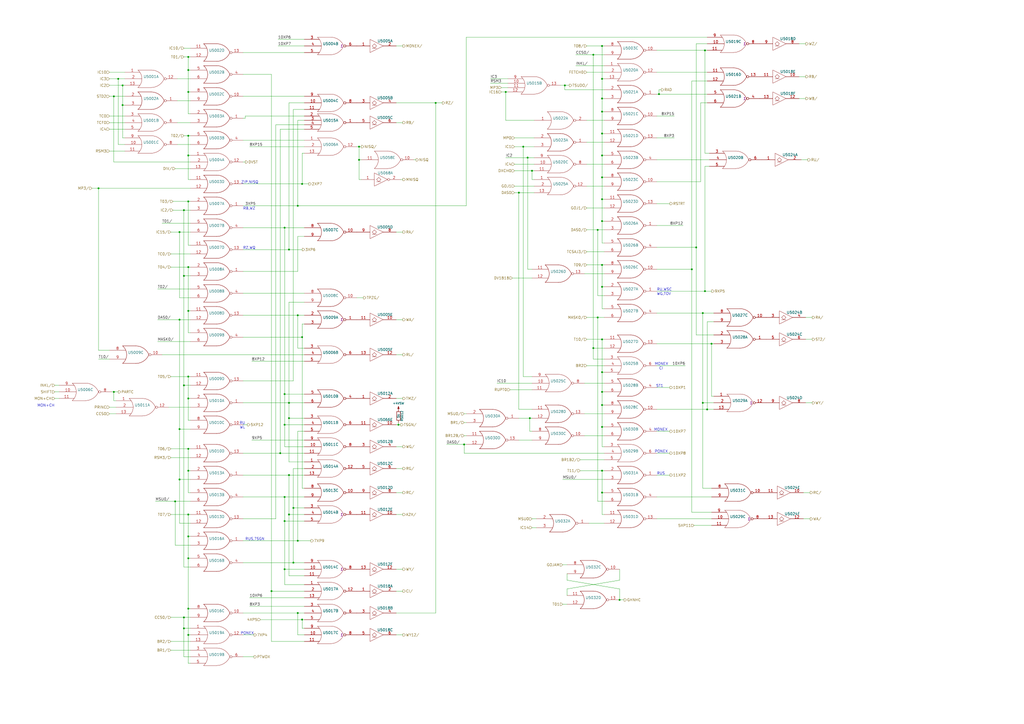
<source format=kicad_sch>
(kicad_sch (version 20211123) (generator eeschema)
  (paper "A2")
  (junction (at 172.72 119.38))
  (junction (at 109.22 78.74))
  (junction (at 109.22 218.44))
  (junction (at 106.68 364.49))
  (junction (at 165.1 228.6))
  (junction (at 403.86 143.51))
  (junction (at 57.15 109.22))
  (junction (at 109.22 231.14))
  (junction (at 162.56 262.89))
  (junction (at 349.25 90.17))
  (junction (at 344.17 31.75))
  (junction (at 167.64 275.59))
  (junction (at 172.72 313.69))
  (junction (at 109.22 273.05))
  (junction (at 293.37 53.34))
  (junction (at 269.24 257.81))
  (junction (at 349.25 285.75))
  (junction (at 349.25 77.47))
  (junction (at 109.22 33.02))
  (junction (at 66.04 55.88))
  (junction (at 109.22 90.17))
  (junction (at 165.1 246.38))
  (junction (at 109.22 180.34))
  (junction (at 359.41 347.98))
  (junction (at 349.25 64.77))
  (junction (at 104.14 134.62))
  (junction (at 346.71 133.35))
  (junction (at 349.25 102.87))
  (junction (at 208.28 85.09))
  (junction (at 308.61 99.06))
  (junction (at 175.26 195.58))
  (junction (at 66.04 227.33))
  (junction (at 165.1 288.29))
  (junction (at 101.6 290.83))
  (junction (at 349.25 215.9))
  (junction (at 412.75 199.39))
  (junction (at 303.53 85.09))
  (junction (at 104.14 185.42))
  (junction (at 106.68 160.02))
  (junction (at 71.12 49.53))
  (junction (at 170.18 294.64))
  (junction (at 109.22 260.35))
  (junction (at 349.25 128.27))
  (junction (at 167.64 233.68))
  (junction (at 349.25 26.67))
  (junction (at 106.68 121.92))
  (junction (at 109.22 368.3))
  (junction (at 407.67 233.68))
  (junction (at 165.1 132.08))
  (junction (at 109.22 116.84))
  (junction (at 170.18 326.39))
  (junction (at 104.14 248.92))
  (junction (at 410.21 237.49))
  (junction (at 172.72 355.6))
  (junction (at 109.22 353.06))
  (junction (at 382.27 54.61))
  (junction (at 109.22 298.45))
  (junction (at 68.58 45.72))
  (junction (at 175.26 359.41))
  (junction (at 172.72 182.88))
  (junction (at 208.28 92.71))
  (junction (at 327.66 49.53))
  (junction (at 349.25 153.67))
  (junction (at 106.68 223.52))
  (junction (at 346.71 184.15))
  (junction (at 408.94 168.91))
  (junction (at 349.25 166.37))
  (junction (at 167.64 242.57))
  (junction (at 349.25 227.33))
  (junction (at 175.26 106.68))
  (junction (at 408.94 29.21))
  (junction (at 307.34 242.57))
  (junction (at 109.22 311.15))
  (junction (at 401.32 156.21))
  (junction (at 300.99 111.76))
  (junction (at 349.25 196.85))
  (junction (at 109.22 323.85))
  (junction (at 157.48 342.9))
  (junction (at 407.67 181.61))
  (junction (at 109.22 53.34))
  (junction (at 167.64 144.78))
  (junction (at 344.17 201.93))
  (junction (at 165.1 302.26))
  (junction (at 231.14 246.38))
  (junction (at 167.64 298.45))
  (junction (at 109.22 154.94))
  (junction (at 349.25 45.72))
  (junction (at 349.25 234.95))
  (junction (at 104.14 278.13))
  (junction (at 349.25 247.65))
  (junction (at 109.22 40.64))
  (junction (at 165.1 330.2))
  (junction (at 349.25 273.05))
  (junction (at 306.07 91.44))
  (junction (at 252.73 59.69))
  (junction (at 106.68 358.14))
  (junction (at 349.25 115.57))
  (junction (at 71.12 60.96))
  (junction (at 349.25 57.15))
  (wire (pts (xy 110.49 265.43) (xy 99.06 265.43)))
  (wire (pts (xy 349.25 102.87) (xy 349.25 115.57)))
  (wire (pts (xy 157.48 43.18) (xy 157.48 342.9)))
  (wire (pts (xy 467.36 233.68) (xy 471.17 233.68)))
  (wire (pts (xy 140.97 157.48) (xy 172.72 157.48)))
  (wire (pts (xy 308.61 104.14) (xy 309.88 104.14)))
  (wire (pts (xy 349.25 115.57) (xy 349.25 128.27)))
  (wire (pts (xy 208.28 92.71) (xy 208.28 104.14)))
  (wire (pts (xy 349.25 227.33) (xy 350.52 227.33)))
  (wire (pts (xy 175.26 359.41) (xy 176.53 359.41)))
  (wire (pts (xy 165.1 330.2) (xy 165.1 339.09)))
  (wire (pts (xy 167.64 233.68) (xy 167.64 242.57)))
  (wire (pts (xy 165.1 288.29) (xy 176.53 288.29)))
  (wire (pts (xy 344.17 201.93) (xy 344.17 208.28)))
  (wire (pts (xy 381 250.19) (xy 388.62 250.19)))
  (wire (pts (xy 176.53 271.78) (xy 170.18 271.78)))
  (wire (pts (xy 109.22 116.84) (xy 110.49 116.84)))
  (wire (pts (xy 270.51 119.38) (xy 270.51 21.59)))
  (wire (pts (xy 259.08 257.81) (xy 269.24 257.81)))
  (wire (pts (xy 176.53 209.55) (xy 146.05 209.55)))
  (wire (pts (xy 170.18 63.5) (xy 170.18 220.98)))
  (wire (pts (xy 298.45 107.95) (xy 309.88 107.95)))
  (wire (pts (xy 53.34 109.22) (xy 57.15 109.22)))
  (wire (pts (xy 269.24 252.73) (xy 270.51 252.73)))
  (wire (pts (xy 165.1 330.2) (xy 176.53 330.2)))
  (wire (pts (xy 349.25 64.77) (xy 350.52 64.77)))
  (wire (pts (xy 140.97 300.99) (xy 160.02 300.99)))
  (wire (pts (xy 140.97 233.68) (xy 167.64 233.68)))
  (wire (pts (xy 109.22 353.06) (xy 110.49 353.06)))
  (wire (pts (xy 172.72 182.88) (xy 176.53 182.88)))
  (wire (pts (xy 63.5 41.91) (xy 72.39 41.91)))
  (wire (pts (xy 66.04 232.41) (xy 67.31 232.41)))
  (wire (pts (xy 463.55 25.4) (xy 467.36 25.4)))
  (wire (pts (xy 406.4 105.41) (xy 406.4 59.69)))
  (wire (pts (xy 407.67 181.61) (xy 407.67 233.68)))
  (wire (pts (xy 109.22 384.81) (xy 110.49 384.81)))
  (wire (pts (xy 172.72 201.93) (xy 176.53 201.93)))
  (wire (pts (xy 408.94 168.91) (xy 408.94 96.52)))
  (wire (pts (xy 167.64 233.68) (xy 176.53 233.68)))
  (wire (pts (xy 208.28 104.14) (xy 209.55 104.14)))
  (wire (pts (xy 359.41 347.98) (xy 361.95 347.98)))
  (wire (pts (xy 270.51 240.03) (xy 269.24 240.03)))
  (wire (pts (xy 344.17 201.93) (xy 350.52 201.93)))
  (wire (pts (xy 109.22 368.3) (xy 109.22 384.81)))
  (wire (pts (xy 165.1 302.26) (xy 165.1 330.2)))
  (wire (pts (xy 327.66 49.53) (xy 330.2 49.53)))
  (wire (pts (xy 63.5 71.12) (xy 72.39 71.12)))
  (wire (pts (xy 403.86 194.31) (xy 414.02 194.31)))
  (wire (pts (xy 402.59 304.8) (xy 412.75 304.8)))
  (wire (pts (xy 308.61 99.06) (xy 308.61 104.14)))
  (wire (pts (xy 412.75 300.99) (xy 381 300.99)))
  (wire (pts (xy 381 130.81) (xy 396.24 130.81)))
  (wire (pts (xy 349.25 247.65) (xy 350.52 247.65)))
  (wire (pts (xy 349.25 115.57) (xy 350.52 115.57)))
  (wire (pts (xy 407.67 233.68) (xy 407.67 283.21)))
  (wire (pts (xy 411.48 92.71) (xy 381 92.71)))
  (wire (pts (xy 344.17 31.75) (xy 350.52 31.75)))
  (wire (pts (xy 109.22 90.17) (xy 110.49 90.17)))
  (wire (pts (xy 293.37 53.34) (xy 294.64 53.34)))
  (wire (pts (xy 229.87 298.45) (xy 233.68 298.45)))
  (wire (pts (xy 349.25 90.17) (xy 349.25 102.87)))
  (wire (pts (xy 71.12 60.96) (xy 72.39 60.96)))
  (wire (pts (xy 401.32 46.99) (xy 401.32 156.21)))
  (wire (pts (xy 170.18 326.39) (xy 176.53 326.39)))
  (wire (pts (xy 414.02 186.69) (xy 410.21 186.69)))
  (wire (pts (xy 327.66 52.07) (xy 350.52 52.07)))
  (wire (pts (xy 99.06 218.44) (xy 109.22 218.44)))
  (wire (pts (xy 328.93 336.55) (xy 328.93 332.74)))
  (wire (pts (xy 106.68 223.52) (xy 106.68 328.93)))
  (wire (pts (xy 99.06 134.62) (xy 104.14 134.62)))
  (wire (pts (xy 157.48 342.9) (xy 157.48 372.11)))
  (wire (pts (xy 293.37 69.85) (xy 309.88 69.85)))
  (wire (pts (xy 170.18 294.64) (xy 170.18 326.39)))
  (wire (pts (xy 336.55 266.7) (xy 350.52 266.7)))
  (wire (pts (xy 349.25 128.27) (xy 350.52 128.27)))
  (wire (pts (xy 172.72 313.69) (xy 180.34 313.69)))
  (wire (pts (xy 109.22 218.44) (xy 109.22 231.14)))
  (wire (pts (xy 106.68 160.02) (xy 106.68 223.52)))
  (wire (pts (xy 339.09 158.75) (xy 350.52 158.75)))
  (wire (pts (xy 340.36 212.09) (xy 350.52 212.09)))
  (wire (pts (xy 109.22 90.17) (xy 109.22 104.14)))
  (wire (pts (xy 167.64 298.45) (xy 167.64 334.01)))
  (wire (pts (xy 349.25 247.65) (xy 349.25 259.08)))
  (wire (pts (xy 140.97 195.58) (xy 175.26 195.58)))
  (wire (pts (xy 63.5 87.63) (xy 72.39 87.63)))
  (wire (pts (xy 349.25 166.37) (xy 349.25 179.07)))
  (wire (pts (xy 311.15 300.99) (xy 308.61 300.99)))
  (wire (pts (xy 382.27 54.61) (xy 382.27 52.07)))
  (wire (pts (xy 106.68 121.92) (xy 110.49 121.92)))
  (wire (pts (xy 71.12 80.01) (xy 72.39 80.01)))
  (wire (pts (xy 109.22 311.15) (xy 109.22 323.85)))
  (wire (pts (xy 110.49 316.23) (xy 101.6 316.23)))
  (wire (pts (xy 401.32 156.21) (xy 401.32 297.18)))
  (wire (pts (xy 170.18 271.78) (xy 170.18 294.64)))
  (wire (pts (xy 109.22 33.02) (xy 110.49 33.02)))
  (wire (pts (xy 334.01 31.75) (xy 344.17 31.75)))
  (wire (pts (xy 240.03 92.71) (xy 241.3 92.71)))
  (wire (pts (xy 106.68 121.92) (xy 106.68 160.02)))
  (wire (pts (xy 359.41 347.98) (xy 359.41 341.63)))
  (wire (pts (xy 208.28 85.09) (xy 208.28 92.71)))
  (wire (pts (xy 340.36 153.67) (xy 349.25 153.67)))
  (wire (pts (xy 346.71 184.15) (xy 346.71 290.83)))
  (wire (pts (xy 172.72 368.3) (xy 176.53 368.3)))
  (wire (pts (xy 71.12 49.53) (xy 72.39 49.53)))
  (wire (pts (xy 306.07 156.21) (xy 308.61 156.21)))
  (wire (pts (xy 349.25 57.15) (xy 350.52 57.15)))
  (wire (pts (xy 104.14 303.53) (xy 110.49 303.53)))
  (wire (pts (xy 340.36 196.85) (xy 349.25 196.85)))
  (wire (pts (xy 63.5 208.28) (xy 57.15 208.28)))
  (wire (pts (xy 346.71 171.45) (xy 346.71 133.35)))
  (wire (pts (xy 340.36 95.25) (xy 350.52 95.25)))
  (wire (pts (xy 381 80.01) (xy 391.16 80.01)))
  (wire (pts (xy 99.06 260.35) (xy 109.22 260.35)))
  (wire (pts (xy 172.72 157.48) (xy 172.72 137.16)))
  (wire (pts (xy 106.68 364.49) (xy 110.49 364.49)))
  (wire (pts (xy 57.15 203.2) (xy 57.15 109.22)))
  (wire (pts (xy 109.22 104.14) (xy 110.49 104.14)))
  (wire (pts (xy 140.97 68.58) (xy 142.24 68.58)))
  (wire (pts (xy 381 143.51) (xy 403.86 143.51)))
  (wire (pts (xy 160.02 72.39) (xy 176.53 72.39)))
  (wire (pts (xy 349.25 285.75) (xy 350.52 285.75)))
  (wire (pts (xy 300.99 111.76) (xy 309.88 111.76)))
  (wire (pts (xy 99.06 154.94) (xy 109.22 154.94)))
  (wire (pts (xy 106.68 358.14) (xy 110.49 358.14)))
  (wire (pts (xy 66.04 93.98) (xy 110.49 93.98)))
  (wire (pts (xy 349.25 273.05) (xy 349.25 285.75)))
  (wire (pts (xy 140.97 313.69) (xy 172.72 313.69)))
  (wire (pts (xy 401.32 297.18) (xy 412.75 297.18)))
  (wire (pts (xy 349.25 102.87) (xy 350.52 102.87)))
  (wire (pts (xy 109.22 180.34) (xy 109.22 193.04)))
  (wire (pts (xy 229.87 259.08) (xy 233.68 259.08)))
  (wire (pts (xy 165.1 228.6) (xy 165.1 246.38)))
  (wire (pts (xy 252.73 59.69) (xy 256.54 59.69)))
  (wire (pts (xy 229.87 246.38) (xy 231.14 246.38)))
  (wire (pts (xy 172.72 137.16) (xy 176.53 137.16)))
  (wire (pts (xy 349.25 57.15) (xy 349.25 64.77)))
  (wire (pts (xy 229.87 59.69) (xy 252.73 59.69)))
  (wire (pts (xy 106.68 358.14) (xy 106.68 364.49)))
  (wire (pts (xy 382.27 52.07) (xy 383.54 52.07)))
  (wire (pts (xy 350.52 278.13) (xy 326.39 278.13)))
  (wire (pts (xy 381 181.61) (xy 407.67 181.61)))
  (wire (pts (xy 165.1 259.08) (xy 176.53 259.08)))
  (wire (pts (xy 57.15 109.22) (xy 110.49 109.22)))
  (wire (pts (xy 63.5 74.93) (xy 72.39 74.93)))
  (wire (pts (xy 157.48 372.11) (xy 176.53 372.11)))
  (wire (pts (xy 109.22 154.94) (xy 109.22 180.34)))
  (wire (pts (xy 140.97 55.88) (xy 176.53 55.88)))
  (wire (pts (xy 339.09 222.25) (xy 350.52 222.25)))
  (wire (pts (xy 207.01 85.09) (xy 208.28 85.09)))
  (wire (pts (xy 381 67.31) (xy 391.16 67.31)))
  (wire (pts (xy 349.25 153.67) (xy 349.25 166.37)))
  (wire (pts (xy 349.25 90.17) (xy 350.52 90.17)))
  (wire (pts (xy 307.34 250.19) (xy 307.34 242.57)))
  (wire (pts (xy 104.14 185.42) (xy 110.49 185.42)))
  (wire (pts (xy 66.04 227.33) (xy 68.58 227.33)))
  (wire (pts (xy 349.25 285.75) (xy 349.25 298.45)))
  (wire (pts (xy 101.6 290.83) (xy 110.49 290.83)))
  (wire (pts (xy 298.45 80.01) (xy 309.88 80.01)))
  (wire (pts (xy 349.25 215.9) (xy 349.25 227.33)))
  (wire (pts (xy 140.97 381) (xy 147.32 381)))
  (wire (pts (xy 349.25 273.05) (xy 350.52 273.05)))
  (wire (pts (xy 109.22 231.14) (xy 109.22 243.84)))
  (wire (pts (xy 140.97 119.38) (xy 172.72 119.38)))
  (wire (pts (xy 325.12 49.53) (xy 327.66 49.53)))
  (wire (pts (xy 229.87 185.42) (xy 233.68 185.42)))
  (wire (pts (xy 140.97 262.89) (xy 162.56 262.89)))
  (wire (pts (xy 359.41 341.63) (xy 328.93 336.55)))
  (wire (pts (xy 207.01 172.72) (xy 210.82 172.72)))
  (wire (pts (xy 140.97 30.48) (xy 176.53 30.48)))
  (wire (pts (xy 110.49 129.54) (xy 93.98 129.54)))
  (wire (pts (xy 463.55 44.45) (xy 467.36 44.45)))
  (wire (pts (xy 167.64 242.57) (xy 167.64 267.97)))
  (wire (pts (xy 172.72 119.38) (xy 270.51 119.38)))
  (wire (pts (xy 410.21 186.69) (xy 410.21 237.49)))
  (wire (pts (xy 31.75 231.14) (xy 34.29 231.14)))
  (wire (pts (xy 68.58 45.72) (xy 68.58 83.82)))
  (wire (pts (xy 106.68 33.02) (xy 109.22 33.02)))
  (wire (pts (xy 31.75 227.33) (xy 34.29 227.33)))
  (wire (pts (xy 327.66 49.53) (xy 327.66 52.07)))
  (wire (pts (xy 350.52 107.95) (xy 340.36 107.95)))
  (wire (pts (xy 232.41 104.14) (xy 233.68 104.14)))
  (wire (pts (xy 349.25 140.97) (xy 350.52 140.97)))
  (wire (pts (xy 109.22 323.85) (xy 110.49 323.85)))
  (wire (pts (xy 109.22 154.94) (xy 110.49 154.94)))
  (wire (pts (xy 341.63 303.53) (xy 350.52 303.53)))
  (wire (pts (xy 63.5 45.72) (xy 68.58 45.72)))
  (wire (pts (xy 109.22 311.15) (xy 110.49 311.15)))
  (wire (pts (xy 294.64 45.72) (xy 284.48 45.72)))
  (wire (pts (xy 175.26 359.41) (xy 175.26 364.49)))
  (wire (pts (xy 146.05 255.27) (xy 176.53 255.27)))
  (wire (pts (xy 290.83 53.34) (xy 293.37 53.34)))
  (wire (pts (xy 344.17 31.75) (xy 344.17 201.93)))
  (wire (pts (xy 340.36 69.85) (xy 350.52 69.85)))
  (wire (pts (xy 109.22 273.05) (xy 109.22 285.75)))
  (wire (pts (xy 172.72 250.19) (xy 176.53 250.19)))
  (wire (pts (xy 340.36 133.35) (xy 346.71 133.35)))
  (wire (pts (xy 104.14 278.13) (xy 110.49 278.13)))
  (wire (pts (xy 350.52 171.45) (xy 346.71 171.45)))
  (wire (pts (xy 165.1 228.6) (xy 176.53 228.6)))
  (wire (pts (xy 311.15 306.07) (xy 308.61 306.07)))
  (wire (pts (xy 140.97 106.68) (xy 175.26 106.68)))
  (wire (pts (xy 340.36 120.65) (xy 350.52 120.65)))
  (wire (pts (xy 167.64 175.26) (xy 167.64 233.68)))
  (wire (pts (xy 349.25 77.47) (xy 350.52 77.47)))
  (wire (pts (xy 407.67 283.21) (xy 412.75 283.21)))
  (wire (pts (xy 175.26 364.49) (xy 176.53 364.49)))
  (wire (pts (xy 349.25 298.45) (xy 350.52 298.45)))
  (wire (pts (xy 349.25 259.08) (xy 350.52 259.08)))
  (wire (pts (xy 414.02 229.87) (xy 412.75 229.87)))
  (wire (pts (xy 407.67 181.61) (xy 414.02 181.61)))
  (wire (pts (xy 109.22 273.05) (xy 110.49 273.05)))
  (wire (pts (xy 176.53 205.74) (xy 93.98 205.74)))
  (wire (pts (xy 109.22 116.84) (xy 109.22 142.24)))
  (wire (pts (xy 91.44 185.42) (xy 104.14 185.42)))
  (wire (pts (xy 102.87 83.82) (xy 110.49 83.82)))
  (wire (pts (xy 106.68 223.52) (xy 110.49 223.52)))
  (wire (pts (xy 104.14 248.92) (xy 104.14 278.13)))
  (wire (pts (xy 298.45 99.06) (xy 308.61 99.06)))
  (wire (pts (xy 109.22 260.35) (xy 110.49 260.35)))
  (wire (pts (xy 104.14 248.92) (xy 110.49 248.92)))
  (wire (pts (xy 208.28 85.09) (xy 209.55 85.09)))
  (wire (pts (xy 229.87 285.75) (xy 233.68 285.75)))
  (wire (pts (xy 349.25 166.37) (xy 350.52 166.37)))
  (wire (pts (xy 410.21 46.99) (xy 401.32 46.99)))
  (wire (pts (xy 140.97 170.18) (xy 176.53 170.18)))
  (wire (pts (xy 229.87 368.3) (xy 233.68 368.3)))
  (wire (pts (xy 140.97 246.38) (xy 143.51 246.38)))
  (wire (pts (xy 104.14 185.42) (xy 104.14 248.92)))
  (wire (pts (xy 172.72 355.6) (xy 176.53 355.6)))
  (wire (pts (xy 109.22 142.24) (xy 110.49 142.24)))
  (wire (pts (xy 167.64 144.78) (xy 167.64 59.69)))
  (wire (pts (xy 142.24 93.98) (xy 140.97 93.98)))
  (wire (pts (xy 140.97 43.18) (xy 157.48 43.18)))
  (wire (pts (xy 167.64 144.78) (xy 175.26 144.78)))
  (wire (pts (xy 109.22 218.44) (xy 110.49 218.44)))
  (wire (pts (xy 140.97 81.28) (xy 176.53 81.28)))
  (wire (pts (xy 339.09 240.03) (xy 350.52 240.03)))
  (wire (pts (xy 344.17 208.28) (xy 350.52 208.28)))
  (wire (pts (xy 99.06 147.32) (xy 110.49 147.32)))
  (wire (pts (xy 97.79 236.22) (xy 110.49 236.22)))
  (wire (pts (xy 349.25 179.07) (xy 350.52 179.07)))
  (wire (pts (xy 175.26 187.96) (xy 176.53 187.96)))
  (wire (pts (xy 109.22 40.64) (xy 110.49 40.64)))
  (wire (pts (xy 381 118.11) (xy 388.62 118.11)))
  (wire (pts (xy 175.26 88.9) (xy 175.26 106.68)))
  (wire (pts (xy 403.86 25.4) (xy 403.86 143.51)))
  (wire (pts (xy 167.64 175.26) (xy 176.53 175.26)))
  (wire (pts (xy 300.99 242.57) (xy 307.34 242.57)))
  (wire (pts (xy 410.21 237.49) (xy 414.02 237.49)))
  (wire (pts (xy 270.51 21.59) (xy 410.21 21.59)))
  (wire (pts (xy 99.06 358.14) (xy 106.68 358.14)))
  (wire (pts (xy 90.17 290.83) (xy 101.6 290.83)))
  (wire (pts (xy 269.24 262.89) (xy 350.52 262.89)))
  (wire (pts (xy 308.61 250.19) (xy 307.34 250.19)))
  (wire (pts (xy 401.32 156.21) (xy 381 156.21)))
  (wire (pts (xy 466.09 285.75) (xy 469.9 285.75)))
  (wire (pts (xy 346.71 133.35) (xy 350.52 133.35)))
  (wire (pts (xy 463.55 57.15) (xy 467.36 57.15)))
  (wire (pts (xy 381 168.91) (xy 408.94 168.91)))
  (wire (pts (xy 300.99 237.49) (xy 308.61 237.49)))
  (wire (pts (xy 109.22 368.3) (xy 110.49 368.3)))
  (wire (pts (xy 71.12 60.96) (xy 71.12 80.01)))
  (wire (pts (xy 106.68 328.93) (xy 110.49 328.93)))
  (wire (pts (xy 165.1 246.38) (xy 165.1 259.08)))
  (wire (pts (xy 109.22 33.02) (xy 109.22 40.64)))
  (wire (pts (xy 328.93 341.63) (xy 328.93 345.44)))
  (wire (pts (xy 167.64 267.97) (xy 176.53 267.97)))
  (wire (pts (xy 467.36 184.15) (xy 471.17 184.15)))
  (wire (pts (xy 109.22 298.45) (xy 109.22 311.15)))
  (wire (pts (xy 167.64 334.01) (xy 176.53 334.01)))
  (wire (pts (xy 231.14 246.38) (xy 232.41 246.38)))
  (wire (pts (xy 326.39 350.52) (xy 328.93 350.52)))
  (wire (pts (xy 110.49 198.12) (xy 91.44 198.12)))
  (wire (pts (xy 101.6 97.79) (xy 110.49 97.79)))
  (wire (pts (xy 162.56 262.89) (xy 176.53 262.89)))
  (wire (pts (xy 381 275.59) (xy 388.62 275.59)))
  (wire (pts (xy 381 54.61) (xy 382.27 54.61)))
  (wire (pts (xy 349.25 64.77) (xy 349.25 77.47)))
  (wire (pts (xy 167.64 242.57) (xy 176.53 242.57)))
  (wire (pts (xy 408.94 88.9) (xy 411.48 88.9)))
  (wire (pts (xy 140.97 355.6) (xy 172.72 355.6)))
  (wire (pts (xy 142.24 68.58) (xy 142.24 67.31)))
  (wire (pts (xy 381 262.89) (xy 388.62 262.89)))
  (wire (pts (xy 307.34 242.57) (xy 308.61 242.57)))
  (wire (pts (xy 172.72 313.69) (xy 172.72 250.19)))
  (wire (pts (xy 165.1 339.09) (xy 176.53 339.09)))
  (wire (pts (xy 63.5 240.03) (xy 67.31 240.03)))
  (wire (pts (xy 66.04 55.88) (xy 72.39 55.88)))
  (wire (pts (xy 308.61 161.29) (xy 297.18 161.29)))
  (wire (pts (xy 68.58 83.82) (xy 72.39 83.82)))
  (wire (pts (xy 381 224.79) (xy 388.62 224.79)))
  (wire (pts (xy 165.1 132.08) (xy 176.53 132.08)))
  (wire (pts (xy 293.37 53.34) (xy 293.37 69.85)))
  (wire (pts (xy 346.71 184.15) (xy 350.52 184.15)))
  (wire (pts (xy 140.97 288.29) (xy 165.1 288.29)))
  (wire (pts (xy 381 237.49) (xy 410.21 237.49)))
  (wire (pts (xy 176.53 63.5) (xy 170.18 63.5)))
  (wire (pts (xy 140.97 182.88) (xy 172.72 182.88)))
  (wire (pts (xy 140.97 326.39) (xy 170.18 326.39)))
  (wire (pts (xy 306.07 91.44) (xy 306.07 156.21)))
  (wire (pts (xy 300.99 255.27) (xy 308.61 255.27)))
  (wire (pts (xy 109.22 78.74) (xy 109.22 90.17)))
  (wire (pts (xy 300.99 111.76) (xy 300.99 237.49)))
  (wire (pts (xy 340.36 41.91) (xy 350.52 41.91)))
  (wire (pts (xy 229.87 205.74) (xy 233.68 205.74)))
  (wire (pts (xy 109.22 53.34) (xy 109.22 66.04)))
  (wire (pts (xy 381 41.91) (xy 410.21 41.91)))
  (wire (pts (xy 349.25 234.95) (xy 349.25 247.65)))
  (wire (pts (xy 110.49 71.12) (xy 102.87 71.12)))
  (wire (pts (xy 104.14 134.62) (xy 104.14 172.72)))
  (wire (pts (xy 172.72 182.88) (xy 172.72 201.93)))
  (wire (pts (xy 412.75 229.87) (xy 412.75 199.39)))
  (wire (pts (xy 99.06 298.45) (xy 109.22 298.45)))
  (wire (pts (xy 140.97 144.78) (xy 167.64 144.78)))
  (wire (pts (xy 66.04 55.88) (xy 66.04 93.98)))
  (wire (pts (xy 308.61 99.06) (xy 309.88 99.06)))
  (wire (pts (xy 176.53 294.64) (xy 170.18 294.64)))
  (wire (pts (xy 109.22 66.04) (xy 110.49 66.04)))
  (wire (pts (xy 106.68 78.74) (xy 109.22 78.74)))
  (wire (pts (xy 294.64 48.26) (xy 284.48 48.26)))
  (wire (pts (xy 209.55 92.71) (xy 208.28 92.71)))
  (wire (pts (xy 467.36 196.85) (xy 471.17 196.85)))
  (wire (pts (xy 109.22 243.84) (xy 110.49 243.84)))
  (wire (pts (xy 349.25 26.67) (xy 349.25 45.72)))
  (wire (pts (xy 63.5 67.31) (xy 72.39 67.31)))
  (wire (pts (xy 303.53 85.09) (xy 303.53 218.44)))
  (wire (pts (xy 99.06 377.19) (xy 110.49 377.19)))
  (wire (pts (xy 349.25 45.72) (xy 350.52 45.72)))
  (wire (pts (xy 229.87 330.2) (xy 233.68 330.2)))
  (wire (pts (xy 381 199.39) (xy 412.75 199.39)))
  (wire (pts (xy 100.33 116.84) (xy 109.22 116.84)))
  (wire (pts (xy 408.94 29.21) (xy 410.21 29.21)))
  (wire (pts (xy 349.25 196.85) (xy 350.52 196.85)))
  (wire (pts (xy 403.86 143.51) (xy 403.86 194.31)))
  (wire (pts (xy 340.36 82.55) (xy 350.52 82.55)))
  (wire (pts (xy 63.5 49.53) (xy 71.12 49.53)))
  (wire (pts (xy 309.88 95.25) (xy 298.45 95.25)))
  (wire (pts (xy 229.87 26.67) (xy 233.68 26.67)))
  (wire (pts (xy 102.87 45.72) (xy 110.49 45.72)))
  (wire (pts (xy 71.12 49.53) (xy 71.12 60.96)))
  (wire (pts (xy 151.13 359.41) (xy 175.26 359.41)))
  (wire (pts (xy 140.97 275.59) (xy 167.64 275.59)))
  (wire (pts (xy 403.86 25.4) (xy 410.21 25.4)))
  (wire (pts (xy 349.25 26.67) (xy 350.52 26.67)))
  (wire (pts (xy 176.53 88.9) (xy 175.26 88.9)))
  (wire (pts (xy 340.36 184.15) (xy 346.71 184.15)))
  (wire (pts (xy 157.48 342.9) (xy 176.53 342.9)))
  (wire (pts (xy 167.64 298.45) (xy 176.53 298.45)))
  (wire (pts (xy 349.25 234.95) (xy 350.52 234.95)))
  (wire (pts (xy 408.94 29.21) (xy 408.94 88.9)))
  (wire (pts (xy 349.25 77.47) (xy 349.25 90.17)))
  (wire (pts (xy 104.14 278.13) (xy 104.14 303.53)))
  (wire (pts (xy 109.22 260.35) (xy 109.22 273.05)))
  (wire (pts (xy 175.26 195.58) (xy 175.26 283.21)))
  (wire (pts (xy 63.5 203.2) (xy 57.15 203.2)))
  (wire (pts (xy 67.31 236.22) (xy 63.5 236.22)))
  (wire (pts (xy 109.22 285.75) (xy 110.49 285.75)))
  (wire (pts (xy 167.64 275.59) (xy 176.53 275.59)))
  (wire (pts (xy 269.24 245.11) (xy 270.51 245.11)))
  (wire (pts (xy 165.1 132.08) (xy 165.1 228.6)))
  (wire (pts (xy 34.29 223.52) (xy 31.75 223.52)))
  (wire (pts (xy 91.44 167.64) (xy 110.49 167.64)))
  (wire (pts (xy 293.37 91.44) (xy 306.07 91.44)))
  (wire (pts (xy 165.1 246.38) (xy 176.53 246.38)))
  (wire (pts (xy 109.22 353.06) (xy 109.22 368.3)))
  (wire (pts (xy 106.68 160.02) (xy 110.49 160.02)))
  (wire (pts (xy 109.22 298.45) (xy 110.49 298.45)))
  (wire (pts (xy 303.53 85.09) (xy 309.88 85.09)))
  (wire (pts (xy 106.68 381) (xy 110.49 381)))
  (wire (pts (xy 172.72 69.85) (xy 176.53 69.85)))
  (wire (pts (xy 229.87 271.78) (xy 233.68 271.78)))
  (wire (pts (xy 466.09 300.99) (xy 469.9 300.99)))
  (wire (pts (xy 102.87 58.42) (xy 110.49 58.42)))
  (wire (pts (xy 109.22 40.64) (xy 109.22 53.34)))
  (wire (pts (xy 252.73 59.69) (xy 252.73 355.6)))
  (wire (pts (xy 252.73 355.6) (xy 229.87 355.6)))
  (wire (pts (xy 109.22 78.74) (xy 110.49 78.74)))
  (wire (pts (xy 101.6 316.23) (xy 101.6 290.83)))
  (wire (pts (xy 412.75 199.39) (xy 414.02 199.39)))
  (wire (pts (xy 349.25 215.9) (xy 350.52 215.9)))
  (wire (pts (xy 381 29.21) (xy 408.94 29.21)))
  (wire (pts (xy 349.25 128.27) (xy 349.25 140.97)))
  (wire (pts (xy 170.18 220.98) (xy 140.97 220.98)))
  (wire (pts (xy 109.22 193.04) (xy 110.49 193.04)))
  (wire (pts (xy 175.26 106.68) (xy 179.07 106.68)))
  (wire (pts (xy 464.82 92.71) (xy 468.63 92.71)))
  (wire (pts (xy 229.87 231.14) (xy 233.68 231.14)))
  (wire (pts (xy 176.53 351.79) (xy 144.78 351.79)))
  (wire (pts (xy 306.07 91.44) (xy 309.88 91.44)))
  (wire (pts (xy 100.33 121.92) (xy 106.68 121.92)))
  (wire (pts (xy 109.22 180.34) (xy 110.49 180.34)))
  (wire (pts (xy 229.87 71.12) (xy 233.68 71.12)))
  (wire (pts (xy 408.94 96.52) (xy 411.48 96.52)))
  (wire (pts (xy 349.25 45.72) (xy 349.25 57.15)))
  (wire (pts (xy 303.53 218.44) (xy 308.61 218.44)))
  (wire (pts (xy 406.4 59.69) (xy 410.21 59.69)))
  (wire (pts (xy 176.53 346.71) (xy 144.78 346.71)))
  (wire (pts (xy 109.22 323.85) (xy 109.22 353.06)))
  (wire (pts (xy 231.14 246.38) (xy 231.14 245.11)))
  (wire (pts (xy 142.24 67.31) (xy 176.53 67.31)))
  (wire (pts (xy 66.04 227.33) (xy 66.04 232.41)))
  (wire (pts (xy 328.93 327.66) (xy 326.39 327.66)))
  (wire (pts (xy 229.87 134.62) (xy 233.68 134.62)))
  (wire (pts (xy 140.97 132.08) (xy 165.1 132.08)))
  (wire (pts (xy 295.91 226.06) (xy 308.61 226.06)))
  (wire (pts (xy 176.53 74.93) (xy 162.56 74.93)))
  (wire (pts (xy 359.41 336.55) (xy 328.93 341.63)))
  (wire (pts (xy 175.26 283.21) (xy 176.53 283.21)))
  (wire (pts (xy 106.68 27.94) (xy 110.49 27.94)))
  (wire (pts (xy 162.56 74.93) (xy 162.56 262.89)))
  (wire (pts (xy 339.09 252.73) (xy 350.52 252.73)))
  (wire (pts (xy 176.53 22.86) (xy 161.29 22.86)))
  (wire (pts (xy 381 105.41) (xy 406.4 105.41)))
  (wire (pts (xy 349.25 196.85) (xy 349.25 215.9)))
  (wire (pts (xy 349.25 153.67) (xy 350.52 153.67)))
  (wire (pts (xy 412.75 288.29) (xy 381 288.29)))
  (wire (pts (xy 165.1 288.29) (xy 165.1 302.26)))
  (wire (pts (xy 172.72 119.38) (xy 172.72 69.85)))
  (wire (pts (xy 340.36 26.67) (xy 349.25 26.67)))
  (wire (pts (xy 175.26 187.96) (xy 175.26 195.58)))
  (wire (pts (xy 359.41 330.2) (xy 359.41 336.55)))
  (wire (pts (xy 104.14 134.62) (xy 110.49 134.62)))
  (wire (pts (xy 140.97 368.3) (xy 147.32 368.3)))
  (wire (pts (xy 99.06 372.11) (xy 110.49 372.11)))
  (wire (pts (xy 176.53 85.09) (xy 144.78 85.09)))
  (wire (pts (xy 106.68 364.49) (xy 106.68 381)))
  (wire (pts (xy 349.25 227.33) (xy 349.25 234.95)))
  (wire (pts (xy 308.61 222.25) (xy 288.29 222.25)))
  (wire (pts (xy 63.5 55.88) (xy 66.04 55.88)))
  (wire (pts (xy 104.14 172.72) (xy 110.49 172.72)))
  (wire (pts (xy 167.64 59.69) (xy 176.53 59.69)))
  (wire (pts (xy 68.58 45.72) (xy 72.39 45.72)))
  (wire (pts (xy 176.53 26.67) (xy 161.29 26.67)))
  (wire (pts (xy 109.22 53.34) (xy 110.49 53.34)))
  (wire (pts (xy 165.1 302.26) (xy 176.53 302.26)))
  (wire (pts (xy 172.72 355.6) (xy 172.72 368.3)))
  (wire (pts (xy 64.77 227.33) (xy 66.04 227.33)))
  (wire (pts (xy 381 212.09) (xy 397.51 212.09)))
  (wire (pts (xy 407.67 233.68) (xy 414.02 233.68)))
  (wire (pts (xy 346.71 290.83) (xy 350.52 290.83)))
  (wire (pts (xy 167.64 275.59) (xy 167.64 298.45)))
  (wire (pts (xy 350.52 38.1) (xy 334.01 38.1)))
  (wire (pts (xy 298.45 85.09) (xy 303.53 85.09)))
  (wire (pts (xy 382.27 54.61) (xy 410.21 54.61)))
  (wire (pts (xy 229.87 342.9) (xy 233.68 342.9)))
  (wire (pts (xy 294.64 50.8) (xy 290.83 50.8)))
  (wire (pts (xy 408.94 168.91) (xy 412.75 168.91)))
  (wire (pts (xy 350.52 146.05) (xy 340.36 146.05)))
  (wire (pts (xy 109.22 231.14) (xy 110.49 231.14)))
  (wire (pts (xy 269.24 257.81) (xy 269.24 262.89)))
  (wire (pts (xy 160.02 300.99) (xy 160.02 72.39)))
  (wire (pts (xy 298.45 111.76) (xy 300.99 111.76)))
  (wire (pts (xy 336.55 273.05) (xy 349.25 273.05)))
  (wire (pts (xy 269.24 257.81) (xy 270.51 257.81)))
  (text "PONEX\n" (at 147.32 368.3 180) (effects (font (size 1.524 1.524)) (justify right bottom)))
  (text "PONEX" (at 379.73 262.89 0) (effects (font (size 1.524 1.524)) (justify left bottom)))
  (text "ST1" (at 384.81 224.79 180) (effects (font (size 1.524 1.524)) (justify right bottom)))
  (text "RUS,TSGN" (at 142.24 313.69 0) (effects (font (size 1.524 1.524)) (justify left bottom)))
  (text "RU,WSC" (at 381 168.91 0) (effects (font (size 1.524 1.524)) (justify left bottom)))
  (text "RB,WZ" (at 140.97 121.92 0) (effects (font (size 1.524 1.524)) (justify left bottom)))
  (text "RU" (at 142.24 246.38 180) (effects (font (size 1.524 1.524)) (justify right bottom)))
  (text "RUS" (at 381 275.59 0) (effects (font (size 1.524 1.524)) (justify left bottom)))
  (text "RZ,WQ" (at 140.97 144.78 0) (effects (font (size 1.524 1.524)) (justify left bottom)))
  (text "CI" (at 382.27 214.63 0) (effects (font (size 1.524 1.524)) (justify left bottom)))
  (text "MONEX" (at 379.73 212.09 0) (effects (font (size 1.524 1.524)) (justify left bottom)))
  (text "WG,TOV" (at 381 171.45 0) (effects (font (size 1.524 1.524)) (justify left bottom)))
  (text "MON+CH" (at 21.59 236.22 0) (effects (font (size 1.524 1.524)) (justify left bottom)))
  (text "ZIP,NISQ" (at 149.86 106.68 180) (effects (font (size 1.524 1.524)) (justify right bottom)))
  (text "MONEX" (at 387.35 250.19 180) (effects (font (size 1.524 1.524)) (justify right bottom)))
  (text "WL" (at 142.24 248.92 180) (effects (font (size 1.524 1.524)) (justify right bottom)))
  (label "8XP12" (at 146.05 209.55 0) (effects (font (size 1.524 1.524))))
  (label "10XP7" (at 161.29 26.67 0) (effects (font (size 1.524 1.524))))
  (label "T10/" (at 57.15 208.28 0) (effects (font (size 1.524 1.524))))
  (label "DAS0/" (at 259.08 257.81 0) (effects (font (size 1.524 1.524))))
  (label "10XP6" (at 144.78 346.71 0) (effects (font (size 1.524 1.524))))
  (label "T01/" (at 93.98 129.54 0) (effects (font (size 1.524 1.524))))
  (label "8XP15" (at 144.78 85.09 0) (effects (font (size 1.524 1.524))))
  (label "MSU0/" (at 326.39 278.13 0) (effects (font (size 1.524 1.524))))
  (label "10XP6" (at 397.51 212.09 180) (effects (font (size 1.524 1.524))))
  (label "INKL/" (at 334.01 38.1 0) (effects (font (size 1.524 1.524))))
  (label "DAS0/" (at 91.44 185.42 0) (effects (font (size 1.524 1.524))))
  (label "T02/" (at 91.44 167.64 0) (effects (font (size 1.524 1.524))))
  (label "8XP15" (at 391.16 67.31 180) (effects (font (size 1.524 1.524))))
  (label "IC2" (at 293.37 91.44 0) (effects (font (size 1.524 1.524))))
  (label "MASK0/" (at 91.44 198.12 0) (effects (font (size 1.524 1.524))))
  (label "8XP3" (at 391.16 80.01 180) (effects (font (size 1.524 1.524))))
  (label "IC10" (at 288.29 222.25 0) (effects (font (size 1.524 1.524))))
  (label "8XP3" (at 144.78 351.79 0) (effects (font (size 1.524 1.524))))
  (label "10XP6" (at 161.29 22.86 0) (effects (font (size 1.524 1.524))))
  (label "RSM3" (at 284.48 48.26 0) (effects (font (size 1.524 1.524))))
  (label "3XP5" (at 142.24 119.38 0) (effects (font (size 1.524 1.524))))
  (label "8XP12" (at 396.24 130.81 180) (effects (font (size 1.524 1.524))))
  (label "9XP5" (at 146.05 255.27 0) (effects (font (size 1.524 1.524))))
  (label "MSU0/" (at 90.17 290.83 0) (effects (font (size 1.524 1.524))))
  (label "CCS0/" (at 334.01 31.75 0) (effects (font (size 1.524 1.524))))
  (label "IC3" (at 284.48 45.72 0) (effects (font (size 1.524 1.524))))
  (hierarchical_label "DV1B1B" (shape input) (at 297.18 161.29 180) (effects (font (size 1.524 1.524))))
  (hierarchical_label "DXCH0" (shape input) (at 298.45 99.06 180) (effects (font (size 1.524 1.524))))
  (hierarchical_label "TC0" (shape input) (at 63.5 67.31 180) (effects (font (size 1.524 1.524))))
  (hierarchical_label "ST2/" (shape output) (at 471.17 196.85 0) (effects (font (size 1.524 1.524))))
  (hierarchical_label "IC4" (shape input) (at 63.5 74.93 180) (effects (font (size 1.524 1.524))))
  (hierarchical_label "IC14" (shape input) (at 308.61 306.07 180) (effects (font (size 1.524 1.524))))
  (hierarchical_label "CCS0/" (shape input) (at 99.06 358.14 180) (effects (font (size 1.524 1.524))))
  (hierarchical_label "PRINC" (shape input) (at 63.5 236.22 180) (effects (font (size 1.524 1.524))))
  (hierarchical_label "TPZG/" (shape output) (at 210.82 172.72 0) (effects (font (size 1.524 1.524))))
  (hierarchical_label "GHNHC" (shape output) (at 361.95 347.98 0) (effects (font (size 1.524 1.524))))
  (hierarchical_label "MP3/" (shape input) (at 53.34 109.22 180) (effects (font (size 1.524 1.524))))
  (hierarchical_label "DIV/" (shape input) (at 101.6 97.79 180) (effects (font (size 1.524 1.524))))
  (hierarchical_label "WZ/" (shape output) (at 467.36 25.4 0) (effects (font (size 1.524 1.524))))
  (hierarchical_label "RZ/" (shape output) (at 256.54 59.69 0) (effects (font (size 1.524 1.524))))
  (hierarchical_label "RA/" (shape output) (at 233.68 134.62 0) (effects (font (size 1.524 1.524))))
  (hierarchical_label "RUPT0" (shape input) (at 295.91 226.06 180) (effects (font (size 1.524 1.524))))
  (hierarchical_label "MONEX/" (shape output) (at 233.68 26.67 0) (effects (font (size 1.524 1.524))))
  (hierarchical_label "PTWOX" (shape output) (at 147.32 381 0) (effects (font (size 1.524 1.524))))
  (hierarchical_label "T05/" (shape input) (at 99.06 218.44 180) (effects (font (size 1.524 1.524))))
  (hierarchical_label "RAD" (shape output) (at 383.54 52.07 0) (effects (font (size 1.524 1.524))))
  (hierarchical_label "7XP4" (shape output) (at 147.32 368.3 0) (effects (font (size 1.524 1.524))))
  (hierarchical_label "T03/" (shape input) (at 100.33 116.84 180) (effects (font (size 1.524 1.524))))
  (hierarchical_label "CI/" (shape output) (at 233.68 342.9 0) (effects (font (size 1.524 1.524))))
  (hierarchical_label "RA/" (shape output) (at 471.17 184.15 0) (effects (font (size 1.524 1.524))))
  (hierarchical_label "WB/" (shape output) (at 467.36 57.15 0) (effects (font (size 1.524 1.524))))
  (hierarchical_label "WA/" (shape output) (at 233.68 185.42 0) (effects (font (size 1.524 1.524))))
  (hierarchical_label "TSUDO/" (shape output) (at 330.2 49.53 0) (effects (font (size 1.524 1.524))))
  (hierarchical_label "WA/" (shape output) (at 469.9 300.99 0) (effects (font (size 1.524 1.524))))
  (hierarchical_label "T10/" (shape input) (at 340.36 196.85 180) (effects (font (size 1.524 1.524))))
  (hierarchical_label "T04/" (shape input) (at 99.06 154.94 180) (effects (font (size 1.524 1.524))))
  (hierarchical_label "7XP9" (shape output) (at 180.34 313.69 0) (effects (font (size 1.524 1.524))))
  (hierarchical_label "T08/" (shape input) (at 340.36 26.67 180) (effects (font (size 1.524 1.524))))
  (hierarchical_label "RU/" (shape output) (at 468.63 92.71 0) (effects (font (size 1.524 1.524))))
  (hierarchical_label "INKL/" (shape input) (at 31.75 223.52 180) (effects (font (size 1.524 1.524))))
  (hierarchical_label "IC3" (shape input) (at 63.5 45.72 180) (effects (font (size 1.524 1.524))))
  (hierarchical_label "11XP2" (shape output) (at 388.62 275.59 0) (effects (font (size 1.524 1.524))))
  (hierarchical_label "TCF0" (shape input) (at 63.5 71.12 180) (effects (font (size 1.524 1.524))))
  (hierarchical_label "IC10/" (shape input) (at 106.68 27.94 180) (effects (font (size 1.524 1.524))))
  (hierarchical_label "RSM3" (shape input) (at 63.5 87.63 180) (effects (font (size 1.524 1.524))))
  (hierarchical_label "IC16" (shape input) (at 290.83 53.34 180) (effects (font (size 1.524 1.524))))
  (hierarchical_label "MSU0/" (shape input) (at 269.24 240.03 180) (effects (font (size 1.524 1.524))))
  (hierarchical_label "NISQ" (shape output) (at 241.3 92.71 0) (effects (font (size 1.524 1.524))))
  (hierarchical_label "9XP5" (shape output) (at 412.75 168.91 0) (effects (font (size 1.524 1.524))))
  (hierarchical_label "STD2" (shape input) (at 63.5 55.88 180) (effects (font (size 1.524 1.524))))
  (hierarchical_label "2XP7" (shape output) (at 179.07 106.68 0) (effects (font (size 1.524 1.524))))
  (hierarchical_label "GOJ1/" (shape input) (at 340.36 120.65 180) (effects (font (size 1.524 1.524))))
  (hierarchical_label "SHIFT" (shape input) (at 31.75 227.33 180) (effects (font (size 1.524 1.524))))
  (hierarchical_label "GOJAM" (shape input) (at 326.39 327.66 180) (effects (font (size 1.524 1.524))))
  (hierarchical_label "RC/" (shape output) (at 469.9 285.75 0) (effects (font (size 1.524 1.524))))
  (hierarchical_label "TC0/" (shape input) (at 99.06 147.32 180) (effects (font (size 1.524 1.524))))
  (hierarchical_label "BR2/" (shape input) (at 99.06 372.11 180) (effects (font (size 1.524 1.524))))
  (hierarchical_label "T07/" (shape input) (at 99.06 298.45 180) (effects (font (size 1.524 1.524))))
  (hierarchical_label "BR1B2/" (shape input) (at 336.55 266.7 180) (effects (font (size 1.524 1.524))))
  (hierarchical_label "RC/" (shape output) (at 233.68 285.75 0) (effects (font (size 1.524 1.524))))
  (hierarchical_label "MP0" (shape input) (at 298.45 80.01 180) (effects (font (size 1.524 1.524))))
  (hierarchical_label "A2X/" (shape output) (at 233.68 298.45 0) (effects (font (size 1.524 1.524))))
  (hierarchical_label "MON+CH" (shape input) (at 31.75 231.14 180) (effects (font (size 1.524 1.524))))
  (hierarchical_label "RB/" (shape output) (at 233.68 71.12 0) (effects (font (size 1.524 1.524))))
  (hierarchical_label "BR2" (shape input) (at 340.36 212.09 180) (effects (font (size 1.524 1.524))))
  (hierarchical_label "RB/" (shape output) (at 467.36 44.45 0) (effects (font (size 1.524 1.524))))
  (hierarchical_label "3XP6" (shape output) (at 175.26 144.78 0) (effects (font (size 1.524 1.524))))
  (hierarchical_label "5XP12" (shape output) (at 143.51 246.38 0) (effects (font (size 1.524 1.524))))
  (hierarchical_label "PARTC" (shape output) (at 68.58 227.33 0) (effects (font (size 1.524 1.524))))
  (hierarchical_label "T09/" (shape input) (at 340.36 153.67 180) (effects (font (size 1.524 1.524))))
  (hierarchical_label "NISQ/" (shape output) (at 209.55 85.09 0) (effects (font (size 1.524 1.524))))
  (hierarchical_label "TCSAJ3/" (shape input) (at 340.36 146.05 180) (effects (font (size 1.524 1.524))))
  (hierarchical_label "TSGN/" (shape output) (at 232.41 246.38 0) (effects (font (size 1.524 1.524))))
  (hierarchical_label "T02/" (shape input) (at 106.68 78.74 180) (effects (font (size 1.524 1.524))))
  (hierarchical_label "IC10" (shape input) (at 63.5 41.91 180) (effects (font (size 1.524 1.524))))
  (hierarchical_label "MASK0/" (shape input) (at 340.36 184.15 180) (effects (font (size 1.524 1.524))))
  (hierarchical_label "GOJ1" (shape input) (at 298.45 107.95 180) (effects (font (size 1.524 1.524))))
  (hierarchical_label "RL/" (shape output) (at 233.68 205.74 0) (effects (font (size 1.524 1.524))))
  (hierarchical_label "DAS0/" (shape input) (at 340.36 133.35 180) (effects (font (size 1.524 1.524))))
  (hierarchical_label "10XP1" (shape output) (at 388.62 224.79 0) (effects (font (size 1.524 1.524))))
  (hierarchical_label "T01/" (shape input) (at 106.68 33.02 180) (effects (font (size 1.524 1.524))))
  (hierarchical_label "DAS0" (shape input) (at 298.45 111.76 180) (effects (font (size 1.524 1.524))))
  (hierarchical_label "BR12B/" (shape input) (at 269.24 252.73 180) (effects (font (size 1.524 1.524))))
  (hierarchical_label "5XP11" (shape input) (at 402.59 304.8 180) (effects (font (size 1.524 1.524))))
  (hierarchical_label "FETCH0" (shape input) (at 340.36 41.91 180) (effects (font (size 1.524 1.524))))
  (hierarchical_label "CCS0" (shape input) (at 63.5 240.03 180) (effects (font (size 1.524 1.524))))
  (hierarchical_label "T01" (shape input) (at 326.39 350.52 180) (effects (font (size 1.524 1.524))))
  (hierarchical_label "IC4" (shape input) (at 298.45 95.25 180) (effects (font (size 1.524 1.524))))
  (hierarchical_label "IC15/" (shape input) (at 99.06 134.62 180) (effects (font (size 1.524 1.524))))
  (hierarchical_label "4XP5" (shape input) (at 151.13 359.41 180) (effects (font (size 1.524 1.524))))
  (hierarchical_label "BR1/" (shape input) (at 99.06 377.19 180) (effects (font (size 1.524 1.524))))
  (hierarchical_label "RSTRT" (shape output) (at 388.62 118.11 0) (effects (font (size 1.524 1.524))))
  (hierarchical_label "MNISQ" (shape output) (at 233.68 104.14 0) (effects (font (size 1.524 1.524))))
  (hierarchical_label "MP3" (shape input) (at 290.83 50.8 180) (effects (font (size 1.524 1.524))))
  (hierarchical_label "WY/" (shape output) (at 233.68 330.2 0) (effects (font (size 1.524 1.524))))
  (hierarchical_label "10XP8" (shape output) (at 388.62 262.89 0) (effects (font (size 1.524 1.524))))
  (hierarchical_label "TMZ/" (shape output) (at 233.68 231.14 0) (effects (font (size 1.524 1.524))))
  (hierarchical_label "IC2" (shape input) (at 63.5 49.53 180) (effects (font (size 1.524 1.524))))
  (hierarchical_label "WY/" (shape output) (at 471.17 233.68 0) (effects (font (size 1.524 1.524))))
  (hierarchical_label "WY12/" (shape output) (at 233.68 368.3 0) (effects (font (size 1.524 1.524))))
  (hierarchical_label "BR1/" (shape input) (at 269.24 245.11 180) (effects (font (size 1.524 1.524))))
  (hierarchical_label "T06/" (shape input) (at 99.06 260.35 180) (effects (font (size 1.524 1.524))))
  (hierarchical_label "RG/" (shape output) (at 233.68 271.78 0) (effects (font (size 1.524 1.524))))
  (hierarchical_label "WG/" (shape output) (at 233.68 259.08 0) (effects (font (size 1.524 1.524))))
  (hierarchical_label "RSM3/" (shape input) (at 99.06 265.43 180) (effects (font (size 1.524 1.524))))
  (hierarchical_label "IC2/" (shape input) (at 100.33 121.92 180) (effects (font (size 1.524 1.524))))
  (hierarchical_label "DVST" (shape output) (at 142.24 93.98 0) (effects (font (size 1.524 1.524))))
  (hierarchical_label "10XP7" (shape output) (at 388.62 250.19 0) (effects (font (size 1.524 1.524))))
  (hierarchical_label "T11/" (shape input) (at 336.55 273.05 180) (effects (font (size 1.524 1.524))))
  (hierarchical_label "IC1" (shape input) (at 298.45 85.09 180) (effects (font (size 1.524 1.524))))
  (hierarchical_label "MSU0" (shape input) (at 308.61 300.99 180) (effects (font (size 1.524 1.524))))
  (symbol (lib_id "agc_kicad_components:74HC27") (at 87.63 45.72 0) (unit 1)
    (property "Reference" "U5001" (at 87.63 44.45 0) (effects (font (size 1.524 1.524))))
  )
  (symbol (lib_id "agc_kicad_components:74HC02") (at 87.63 58.42 0) (unit 1)
    (property "Reference" "U5002" (at 87.63 57.15 0) (effects (font (size 1.524 1.524))))
  )
  (symbol (lib_id "agc_kicad_components:74HC27") (at 87.63 71.12 0) (unit 2)
    (property "Reference" "U5001" (at 87.63 69.85 0) (effects (font (size 1.524 1.524))))
  )
  (symbol (lib_id "agc_kicad_components:74HC27") (at 87.63 83.82 0) (unit 3)
    (property "Reference" "U5001" (at 87.63 82.55 0) (effects (font (size 1.524 1.524))))
  )
  (symbol (lib_id "agc_kicad_components:74HC02") (at 125.73 43.18 0) (unit 2)
    (property "Reference" "U5002" (at 125.73 41.91 0) (effects (font (size 1.524 1.524))))
  )
  (symbol (lib_id "agc_kicad_components:74HC02") (at 125.73 55.88 0) (unit 3)
    (property "Reference" "U5002" (at 125.73 54.61 0) (effects (font (size 1.524 1.524))))
  )
  (symbol (lib_id "agc_kicad_components:74HC02") (at 125.73 30.48 0) (unit 4)
    (property "Reference" "U5002" (at 125.73 29.21 0) (effects (font (size 1.524 1.524))))
  )
  (symbol (lib_id "agc_kicad_components:74HC02") (at 125.73 68.58 0) (unit 1)
    (property "Reference" "U5003" (at 125.73 67.31 0) (effects (font (size 1.524 1.524))))
  )
  (symbol (lib_id "agc_kicad_components:74HC02") (at 125.73 81.28 0) (unit 2)
    (property "Reference" "U5003" (at 125.73 80.01 0) (effects (font (size 1.524 1.524))))
  )
  (symbol (lib_id "agc_kicad_components:74HC27") (at 125.73 93.98 0) (unit 1)
    (property "Reference" "U5004" (at 125.73 92.71 0) (effects (font (size 1.524 1.524))))
  )
  (symbol (lib_id "agc_kicad_components:74HC27") (at 191.77 26.67 0) (unit 2)
    (property "Reference" "U5004" (at 191.77 25.4 0) (effects (font (size 1.524 1.524))))
    (property "Initial" "1" (at 198.12 26.67 0) (effects (font (size 1.524 1.524) italic)))
  )
  (symbol (lib_id "agc_kicad_components:74LVC07") (at 218.44 26.67 0) (unit 1)
    (property "Reference" "U5005" (at 223.393 23.749 0) (effects (font (size 1.524 1.524))))
  )
  (symbol (lib_id "agc_kicad_components:74HC27") (at 191.77 59.69 0) (unit 3)
    (property "Reference" "U5004" (at 191.77 58.42 0) (effects (font (size 1.524 1.524))))
  )
  (symbol (lib_id "agc_kicad_components:74LVC07") (at 218.44 59.69 0) (unit 2)
    (property "Reference" "U5005" (at 223.393 56.769 0) (effects (font (size 1.524 1.524))))
  )
  (symbol (lib_id "agc_kicad_components:74HC02") (at 365.76 29.21 0) (unit 3)
    (property "Reference" "U5003" (at 365.76 27.94 0) (effects (font (size 1.524 1.524))))
  )
  (symbol (lib_id "agc_kicad_components:74LVC07") (at 218.44 71.12 0) (unit 3)
    (property "Reference" "U5005" (at 223.393 68.199 0) (effects (font (size 1.524 1.524))))
  )
  (symbol (lib_id "agc_kicad_components:74HC27") (at 191.77 85.09 0) (unit 1)
    (property "Reference" "U5006" (at 191.77 83.82 0) (effects (font (size 1.524 1.524))))
  )
  (symbol (lib_id "agc_kicad_components:74HC02") (at 125.73 106.68 0) (unit 4)
    (property "Reference" "U5003" (at 125.73 105.41 0) (effects (font (size 1.524 1.524))))
  )
  (symbol (lib_id "agc_kicad_components:74HC02") (at 125.73 119.38 0) (unit 1)
    (property "Reference" "U5007" (at 125.73 118.11 0) (effects (font (size 1.524 1.524))))
  )
  (symbol (lib_id "agc_kicad_components:74HC02") (at 125.73 132.08 0) (unit 2)
    (property "Reference" "U5007" (at 125.73 130.81 0) (effects (font (size 1.524 1.524))))
  )
  (symbol (lib_id "agc_kicad_components:74HC02") (at 191.77 134.62 0) (unit 3)
    (property "Reference" "U5007" (at 191.77 133.35 0) (effects (font (size 1.524 1.524))))
  )
  (symbol (lib_id "agc_kicad_components:74LVC07") (at 218.44 134.62 0) (unit 4)
    (property "Reference" "U5005" (at 223.393 131.699 0) (effects (font (size 1.524 1.524))))
  )
  (symbol (lib_id "agc_kicad_components:74HC02") (at 125.73 144.78 0) (unit 4)
    (property "Reference" "U5007" (at 125.73 143.51 0) (effects (font (size 1.524 1.524))))
  )
  (symbol (lib_id "agc_kicad_components:74HC02") (at 125.73 157.48 0) (unit 1)
    (property "Reference" "U5008" (at 125.73 156.21 0) (effects (font (size 1.524 1.524))))
  )
  (symbol (lib_id "agc_kicad_components:74HC02") (at 125.73 170.18 0) (unit 2)
    (property "Reference" "U5008" (at 125.73 168.91 0) (effects (font (size 1.524 1.524))))
  )
  (symbol (lib_id "agc_kicad_components:74HC02") (at 191.77 172.72 0) (unit 3)
    (property "Reference" "U5008" (at 191.77 171.45 0) (effects (font (size 1.524 1.524))))
  )
  (symbol (lib_id "agc_kicad_components:74HC02") (at 125.73 182.88 0) (unit 4)
    (property "Reference" "U5008" (at 125.73 181.61 0) (effects (font (size 1.524 1.524))))
  )
  (symbol (lib_id "agc_kicad_components:74HC02") (at 191.77 185.42 0) (unit 1)
    (property "Reference" "U5009" (at 191.77 184.15 0) (effects (font (size 1.524 1.524))))
    (property "Initial" "1" (at 198.12 185.42 0) (effects (font (size 1.524 1.524) italic)))
  )
  (symbol (lib_id "agc_kicad_components:74LVC07") (at 218.44 185.42 0) (unit 5)
    (property "Reference" "U5005" (at 223.393 182.499 0) (effects (font (size 1.524 1.524))))
  )
  (symbol (lib_id "agc_kicad_components:74HC02") (at 125.73 195.58 0) (unit 2)
    (property "Reference" "U5009" (at 125.73 194.31 0) (effects (font (size 1.524 1.524))))
  )
  (symbol (lib_id "agc_kicad_components:74HC27") (at 191.77 205.74 0) (unit 2)
    (property "Reference" "U5006" (at 191.77 204.47 0) (effects (font (size 1.524 1.524))))
  )
  (symbol (lib_id "agc_kicad_components:74LVC07") (at 218.44 205.74 0) (unit 6)
    (property "Reference" "U5005" (at 223.393 202.819 0) (effects (font (size 1.524 1.524))))
  )
  (symbol (lib_id "agc_kicad_components:74HC02") (at 78.74 205.74 0) (unit 3)
    (property "Reference" "U5009" (at 78.74 204.47 0) (effects (font (size 1.524 1.524))))
  )
  (symbol (lib_id "agc_kicad_components:74HC02") (at 125.73 220.98 0) (unit 4)
    (property "Reference" "U5009" (at 125.73 219.71 0) (effects (font (size 1.524 1.524))))
  )
  (symbol (lib_id "agc_kicad_components:74HC02") (at 125.73 233.68 0) (unit 1)
    (property "Reference" "U5010" (at 125.73 232.41 0) (effects (font (size 1.524 1.524))))
  )
  (symbol (lib_id "agc_kicad_components:74HC27") (at 49.53 227.33 0) (unit 3)
    (property "Reference" "U5006" (at 49.53 226.06 0) (effects (font (size 1.524 1.524))))
  )
  (symbol (lib_id "agc_kicad_components:74HC27") (at 82.55 236.22 0) (unit 1)
    (property "Reference" "U5011" (at 82.55 234.95 0) (effects (font (size 1.524 1.524))))
  )
  (symbol (lib_id "agc_kicad_components:74HC02") (at 191.77 231.14 0) (unit 2)
    (property "Reference" "U5010" (at 191.77 229.87 0) (effects (font (size 1.524 1.524))))
  )
  (symbol (lib_id "agc_kicad_components:74LVC07") (at 218.44 231.14 0) (unit 1)
    (property "Reference" "U5012" (at 223.393 228.219 0) (effects (font (size 1.524 1.524))))
  )
  (symbol (lib_id "agc_kicad_components:74HC02") (at 125.73 246.38 0) (unit 3)
    (property "Reference" "U5010" (at 125.73 245.11 0) (effects (font (size 1.524 1.524))))
  )
  (symbol (lib_id "agc_kicad_components:74HC27") (at 191.77 246.38 0) (unit 2)
    (property "Reference" "U5011" (at 191.77 245.11 0) (effects (font (size 1.524 1.524))))
  )
  (symbol (lib_id "agc_kicad_components:74HC02") (at 125.73 262.89 0) (unit 4)
    (property "Reference" "U5010" (at 125.73 261.62 0) (effects (font (size 1.524 1.524))))
  )
  (symbol (lib_id "agc_kicad_components:74HC02") (at 125.73 275.59 0) (unit 1)
    (property "Reference" "U5013" (at 125.73 274.32 0) (effects (font (size 1.524 1.524))))
  )
  (symbol (lib_id "agc_kicad_components:74HC27") (at 191.77 259.08 0) (unit 3)
    (property "Reference" "U5011" (at 191.77 257.81 0) (effects (font (size 1.524 1.524))))
  )
  (symbol (lib_id "agc_kicad_components:74LVC07") (at 218.44 259.08 0) (unit 2)
    (property "Reference" "U5012" (at 223.393 256.159 0) (effects (font (size 1.524 1.524))))
  )
  (symbol (lib_id "agc_kicad_components:74HC27") (at 191.77 271.78 0) (unit 1)
    (property "Reference" "U5014" (at 191.77 270.51 0) (effects (font (size 1.524 1.524))))
  )
  (symbol (lib_id "agc_kicad_components:74LVC07") (at 218.44 271.78 0) (unit 3)
    (property "Reference" "U5012" (at 223.393 268.859 0) (effects (font (size 1.524 1.524))))
  )
  (symbol (lib_id "agc_kicad_components:74HC02") (at 125.73 288.29 0) (unit 2)
    (property "Reference" "U5013" (at 125.73 287.02 0) (effects (font (size 1.524 1.524))))
  )
  (symbol (lib_id "agc_kicad_components:74HC02") (at 191.77 285.75 0) (unit 3)
    (property "Reference" "U5013" (at 191.77 284.48 0) (effects (font (size 1.524 1.524))))
  )
  (symbol (lib_id "agc_kicad_components:74LVC07") (at 218.44 285.75 0) (unit 4)
    (property "Reference" "U5012" (at 223.393 282.829 0) (effects (font (size 1.524 1.524))))
  )
  (symbol (lib_id "agc_kicad_components:74HC02") (at 125.73 300.99 0) (unit 4)
    (property "Reference" "U5013" (at 125.73 299.72 0) (effects (font (size 1.524 1.524))))
  )
  (symbol (lib_id "agc_kicad_components:74HC4002") (at 191.77 71.12 0) (unit 1)
    (property "Reference" "U5015" (at 191.77 69.85 0) (effects (font (size 1.524 1.524))))
  )
  (symbol (lib_id "agc_kicad_components:74HC02") (at 125.73 313.69 0) (unit 1)
    (property "Reference" "U5016" (at 125.73 312.42 0) (effects (font (size 1.524 1.524))))
  )
  (symbol (lib_id "agc_kicad_components:74HC02") (at 125.73 326.39 0) (unit 2)
    (property "Reference" "U5016" (at 125.73 325.12 0) (effects (font (size 1.524 1.524))))
  )
  (symbol (lib_id "agc_kicad_components:74HC27") (at 191.77 298.45 0) (unit 2)
    (property "Reference" "U5014" (at 191.77 297.18 0) (effects (font (size 1.524 1.524))))
    (property "Initial" "1" (at 198.12 298.45 0) (effects (font (size 1.524 1.524) italic)))
  )
  (symbol (lib_id "agc_kicad_components:74LVC07") (at 218.44 298.45 0) (unit 5)
    (property "Reference" "U5012" (at 223.393 295.529 0) (effects (font (size 1.524 1.524))))
  )
  (symbol (lib_id "agc_kicad_components:74HC27") (at 191.77 330.2 0) (unit 3)
    (property "Reference" "U5014" (at 191.77 328.93 0) (effects (font (size 1.524 1.524))))
    (property "Initial" "1" (at 198.12 330.2 0) (effects (font (size 1.524 1.524) italic)))
  )
  (symbol (lib_id "agc_kicad_components:74LVC07") (at 218.44 330.2 0) (unit 6)
    (property "Reference" "U5012" (at 223.393 327.279 0) (effects (font (size 1.524 1.524))))
  )
  (symbol (lib_id "agc_kicad_components:74HC02") (at 125.73 355.6 0) (unit 3)
    (property "Reference" "U5016" (at 125.73 354.33 0) (effects (font (size 1.524 1.524))))
  )
  (symbol (lib_id "agc_kicad_components:74HC27") (at 191.77 342.9 0) (unit 1)
    (property "Reference" "U5017" (at 191.77 341.63 0) (effects (font (size 1.524 1.524))))
  )
  (symbol (lib_id "agc_kicad_components:74LVC07") (at 218.44 342.9 0) (unit 1)
    (property "Reference" "U5018" (at 223.393 339.979 0) (effects (font (size 1.524 1.524))))
  )
  (symbol (lib_id "agc_kicad_components:74HC27") (at 191.77 355.6 0) (unit 2)
    (property "Reference" "U5017" (at 191.77 354.33 0) (effects (font (size 1.524 1.524))))
  )
  (symbol (lib_id "agc_kicad_components:74LVC07") (at 218.44 355.6 0) (unit 2)
    (property "Reference" "U5018" (at 223.393 352.679 0) (effects (font (size 1.524 1.524))))
  )
  (symbol (lib_id "agc_kicad_components:74HC27") (at 191.77 368.3 0) (unit 3)
    (property "Reference" "U5017" (at 191.77 367.03 0) (effects (font (size 1.524 1.524))))
    (property "Initial" "1" (at 198.12 368.3 0) (effects (font (size 1.524 1.524) italic)))
  )
  (symbol (lib_id "agc_kicad_components:74LVC07") (at 218.44 368.3 0) (unit 3)
    (property "Reference" "U5018" (at 223.393 365.379 0) (effects (font (size 1.524 1.524))))
  )
  (symbol (lib_id "agc_kicad_components:74HC27") (at 125.73 368.3 0) (unit 1)
    (property "Reference" "U5019" (at 125.73 367.03 0) (effects (font (size 1.524 1.524))))
  )
  (symbol (lib_id "agc_kicad_components:74HC27") (at 125.73 381 0) (unit 2)
    (property "Reference" "U5019" (at 125.73 379.73 0) (effects (font (size 1.524 1.524))))
  )
  (symbol (lib_id "agc_kicad_components:74HC27") (at 425.45 25.4 0) (unit 3)
    (property "Reference" "U5019" (at 425.45 24.13 0) (effects (font (size 1.524 1.524))))
    (property "Initial" "1" (at 431.8 25.4 0) (effects (font (size 1.524 1.524) italic)))
  )
  (symbol (lib_id "agc_kicad_components:74HC27") (at 365.76 41.91 0) (unit 1)
    (property "Reference" "U5020" (at 365.76 40.64 0) (effects (font (size 1.524 1.524))))
  )
  (symbol (lib_id "agc_kicad_components:74LVC07") (at 452.12 25.4 0) (unit 4)
    (property "Reference" "U5018" (at 457.073 22.479 0) (effects (font (size 1.524 1.524))))
  )
  (symbol (lib_id "agc_kicad_components:74HC02") (at 425.45 44.45 0) (unit 4)
    (property "Reference" "U5016" (at 425.45 43.18 0) (effects (font (size 1.524 1.524))))
  )
  (symbol (lib_id "agc_kicad_components:74LVC07") (at 452.12 44.45 0) (unit 5)
    (property "Reference" "U5018" (at 457.073 41.529 0) (effects (font (size 1.524 1.524))))
  )
  (symbol (lib_id "agc_kicad_components:74HC02") (at 365.76 54.61 0) (unit 1)
    (property "Reference" "U5021" (at 365.76 53.34 0) (effects (font (size 1.524 1.524))))
  )
  (symbol (lib_id "agc_kicad_components:74HC4002") (at 309.88 49.53 0) (unit 2)
    (property "Reference" "U5015" (at 309.88 48.26 0) (effects (font (size 1.524 1.524))))
  )
  (symbol (lib_id "agc_kicad_components:74HC02") (at 425.45 57.15 0) (unit 2)
    (property "Reference" "U5021" (at 425.45 55.88 0) (effects (font (size 1.524 1.524))))
    (property "Initial" "1" (at 431.8 57.15 0) (effects (font (size 1.524 1.524) italic)))
  )
  (symbol (lib_id "agc_kicad_components:74LVC07") (at 452.12 57.15 0) (unit 6)
    (property "Reference" "U5018" (at 457.073 54.229 0) (effects (font (size 1.524 1.524))))
  )
  (symbol (lib_id "agc_kicad_components:74HC02") (at 365.76 67.31 0) (unit 3)
    (property "Reference" "U5021" (at 365.76 66.04 0) (effects (font (size 1.524 1.524))))
  )
  (symbol (lib_id "agc_kicad_components:74HC04") (at 325.12 69.85 0) (unit 1)
    (property "Reference" "U5022" (at 325.12 68.58 0) (effects (font (size 1.524 1.524))))
  )
  (symbol (lib_id "agc_kicad_components:74HC02") (at 365.76 80.01 0) (unit 4)
    (property "Reference" "U5021" (at 365.76 78.74 0) (effects (font (size 1.524 1.524))))
  )
  (symbol (lib_id "agc_kicad_components:74HC02") (at 325.12 82.55 0) (unit 1)
    (property "Reference" "U5023" (at 325.12 81.28 0) (effects (font (size 1.524 1.524))))
  )
  (symbol (lib_id "agc_kicad_components:74HC02") (at 365.76 92.71 0) (unit 2)
    (property "Reference" "U5023" (at 365.76 91.44 0) (effects (font (size 1.524 1.524))))
  )
  (symbol (lib_id "agc_kicad_components:74HC27") (at 426.72 92.71 0) (unit 2)
    (property "Reference" "U5020" (at 426.72 91.44 0) (effects (font (size 1.524 1.524))))
  )
  (symbol (lib_id "agc_kicad_components:74HC27") (at 325.12 95.25 0) (unit 3)
    (property "Reference" "U5020" (at 325.12 93.98 0) (effects (font (size 1.524 1.524))))
  )
  (symbol (lib_id "agc_kicad_components:74LVC07") (at 453.39 92.71 0) (unit 1)
    (property "Reference" "U5024" (at 458.343 89.789 0) (effects (font (size 1.524 1.524))))
  )
  (symbol (lib_id "agc_kicad_components:74HC02") (at 365.76 105.41 0) (unit 3)
    (property "Reference" "U5023" (at 365.76 104.14 0) (effects (font (size 1.524 1.524))))
  )
  (symbol (lib_id "agc_kicad_components:74HC27") (at 325.12 107.95 0) (unit 1)
    (property "Reference" "U5025" (at 325.12 106.68 0) (effects (font (size 1.524 1.524))))
  )
  (symbol (lib_id "agc_kicad_components:74HC02") (at 365.76 118.11 0) (unit 4)
    (property "Reference" "U5023" (at 365.76 116.84 0) (effects (font (size 1.524 1.524))))
  )
  (symbol (lib_id "agc_kicad_components:74HC02") (at 365.76 130.81 0) (unit 1)
    (property "Reference" "U5026" (at 365.76 129.54 0) (effects (font (size 1.524 1.524))))
  )
  (symbol (lib_id "agc_kicad_components:74HC02") (at 365.76 143.51 0) (unit 2)
    (property "Reference" "U5026" (at 365.76 142.24 0) (effects (font (size 1.524 1.524))))
  )
  (symbol (lib_id "agc_kicad_components:74HC02") (at 365.76 156.21 0) (unit 3)
    (property "Reference" "U5026" (at 365.76 154.94 0) (effects (font (size 1.524 1.524))))
  )
  (symbol (lib_id "agc_kicad_components:74HC02") (at 323.85 158.75 0) (unit 4)
    (property "Reference" "U5026" (at 323.85 157.48 0) (effects (font (size 1.524 1.524))))
  )
  (symbol (lib_id "agc_kicad_components:74HC02") (at 365.76 168.91 0) (unit 1)
    (property "Reference" "U5027" (at 365.76 167.64 0) (effects (font (size 1.524 1.524))))
  )
  (symbol (lib_id "agc_kicad_components:74HC02") (at 365.76 181.61 0) (unit 2)
    (property "Reference" "U5027" (at 365.76 180.34 0) (effects (font (size 1.524 1.524))))
  )
  (symbol (lib_id "agc_kicad_components:74HC02") (at 429.26 184.15 0) (unit 3)
    (property "Reference" "U5027" (at 429.26 182.88 0) (effects (font (size 1.524 1.524))))
  )
  (symbol (lib_id "agc_kicad_components:74LVC07") (at 455.93 184.15 0) (unit 2)
    (property "Reference" "U5024" (at 460.883 181.229 0) (effects (font (size 1.524 1.524))))
  )
  (symbol (lib_id "agc_kicad_components:74HC02") (at 365.76 199.39 0) (unit 4)
    (property "Reference" "U5027" (at 365.76 198.12 0) (effects (font (size 1.524 1.524))))
  )
  (symbol (lib_id "agc_kicad_components:74HC02") (at 429.26 196.85 0) (unit 1)
    (property "Reference" "U5028" (at 429.26 195.58 0) (effects (font (size 1.524 1.524))))
  )
  (symbol (lib_id "agc_kicad_components:74LVC07") (at 455.93 196.85 0) (unit 3)
    (property "Reference" "U5024" (at 460.883 193.929 0) (effects (font (size 1.524 1.524))))
  )
  (symbol (lib_id "agc_kicad_components:74HC27") (at 365.76 212.09 0) (unit 2)
    (property "Reference" "U5025" (at 365.76 210.82 0) (effects (font (size 1.524 1.524))))
  )
  (symbol (lib_id "agc_kicad_components:74HC02") (at 365.76 224.79 0) (unit 2)
    (property "Reference" "U5028" (at 365.76 223.52 0) (effects (font (size 1.524 1.524))))
  )
  (symbol (lib_id "agc_kicad_components:74HC27") (at 323.85 222.25 0) (unit 3)
    (property "Reference" "U5025" (at 323.85 220.98 0) (effects (font (size 1.524 1.524))))
  )
  (symbol (lib_id "agc_kicad_components:74HC02") (at 365.76 237.49 0) (unit 3)
    (property "Reference" "U5028" (at 365.76 236.22 0) (effects (font (size 1.524 1.524))))
  )
  (symbol (lib_id "agc_kicad_components:74HC27") (at 429.26 233.68 0) (unit 1)
    (property "Reference" "U5029" (at 429.26 232.41 0) (effects (font (size 1.524 1.524))))
    (property "Initial" "1" (at 435.61 233.68 0) (effects (font (size 1.524 1.524) italic)))
  )
  (symbol (lib_id "agc_kicad_components:74LVC07") (at 455.93 233.68 0) (unit 4)
    (property "Reference" "U5024" (at 460.883 230.759 0) (effects (font (size 1.524 1.524))))
  )
  (symbol (lib_id "agc_kicad_components:74HC02") (at 323.85 240.03 0) (unit 4)
    (property "Reference" "U5028" (at 323.85 238.76 0) (effects (font (size 1.524 1.524))))
  )
  (symbol (lib_id "agc_kicad_components:74HC02") (at 285.75 242.57 0) (unit 1)
    (property "Reference" "U5030" (at 285.75 241.3 0) (effects (font (size 1.524 1.524))))
  )
  (symbol (lib_id "agc_kicad_components:74HC02") (at 365.76 250.19 0) (unit 2)
    (property "Reference" "U5030" (at 365.76 248.92 0) (effects (font (size 1.524 1.524))))
  )
  (symbol (lib_id "agc_kicad_components:74HC02") (at 323.85 252.73 0) (unit 3)
    (property "Reference" "U5030" (at 323.85 251.46 0) (effects (font (size 1.524 1.524))))
  )
  (symbol (lib_id "agc_kicad_components:74HC02") (at 285.75 255.27 0) (unit 4)
    (property "Reference" "U5030" (at 285.75 254 0) (effects (font (size 1.524 1.524))))
  )
  (symbol (lib_id "agc_kicad_components:74HC27") (at 365.76 262.89 0) (unit 2)
    (property "Reference" "U5029" (at 365.76 261.62 0) (effects (font (size 1.524 1.524))))
  )
  (symbol (lib_id "agc_kicad_components:74HC02") (at 365.76 275.59 0) (unit 1)
    (property "Reference" "U5031" (at 365.76 274.32 0) (effects (font (size 1.524 1.524))))
  )
  (symbol (lib_id "agc_kicad_components:74HC02") (at 365.76 288.29 0) (unit 2)
    (property "Reference" "U5031" (at 365.76 287.02 0) (effects (font (size 1.524 1.524))))
  )
  (symbol (lib_id "agc_kicad_components:74HC02") (at 427.99 285.75 0) (unit 3)
    (property "Reference" "U5031" (at 427.99 284.48 0) (effects (font (size 1.524 1.524))))
  )
  (symbol (lib_id "agc_kicad_components:74LVC07") (at 454.66 285.75 0) (unit 5)
    (property "Reference" "U5024" (at 459.613 282.829 0) (effects (font (size 1.524 1.524))))
  )
  (symbol (lib_id "agc_kicad_components:74HC02") (at 365.76 300.99 0) (unit 4)
    (property "Reference" "U5031" (at 365.76 299.72 0) (effects (font (size 1.524 1.524))))
  )
  (symbol (lib_id "agc_kicad_components:74HC02") (at 326.39 303.53 0) (unit 1)
    (property "Reference" "U5032" (at 326.39 302.26 0) (effects (font (size 1.524 1.524))))
  )
  (symbol (lib_id "agc_kicad_components:74HC27") (at 427.99 300.99 0) (unit 3)
    (property "Reference" "U5029" (at 427.99 299.72 0) (effects (font (size 1.524 1.524))))
    (property "Initial" "1" (at 434.34 300.99 0) (effects (font (size 1.524 1.524) italic)))
  )
  (symbol (lib_id "agc_kicad_components:74LVC07") (at 454.66 300.99 0) (unit 6)
    (property "Reference" "U5024" (at 459.613 298.069 0) (effects (font (size 1.524 1.524))))
  )
  (symbol (lib_id "agc_kicad_components:74HC02") (at 344.17 330.2 0) (unit 3)
    (property "Reference" "U5032" (at 344.17 328.93 0) (effects (font (size 1.524 1.524))))
  )
  (symbol (lib_id "agc_kicad_components:74HC02") (at 344.17 347.98 0) (unit 4)
    (property "Reference" "U5032" (at 344.17 346.71 0) (effects (font (size 1.524 1.524))))
  )
  (symbol (lib_id "agc_kicad_components:74HC04") (at 224.79 92.71 0) (unit 5)
    (property "Reference" "U5058" (at 224.79 91.44 0) (effects (font (size 1.524 1.524))))
  )
  (symbol (lib_id "agc_kicad_components:74LVC07") (at 218.44 246.38 0) (unit 5)
    (property "Reference" "U5066" (at 223.393 243.459 0) (effects (font (size 1.524 1.524))))
  )
  (symbol (lib_id "Device:R") (at 231.14 241.3 0) (unit 1)
    (property "Reference" "R5012" (at 233.172 241.3 90))
    (property "Value" "5k" (at 231.14 241.3 90))
  )
  (symbol (lib_id "agc_kicad_components:+4VSW") (at 231.14 237.49 0) (unit 1)
    (property "Reference" "#PWR021" (effects hide))
  )
  (symbol (lib_id "agc_kicad_components:74LVC06") (at 220.98 104.14 0) (unit 1)
    (property "Reference" "U5068" (at 223.52 100.33 0) (effects (font (size 1.524 1.524))))
  )
)
</source>
